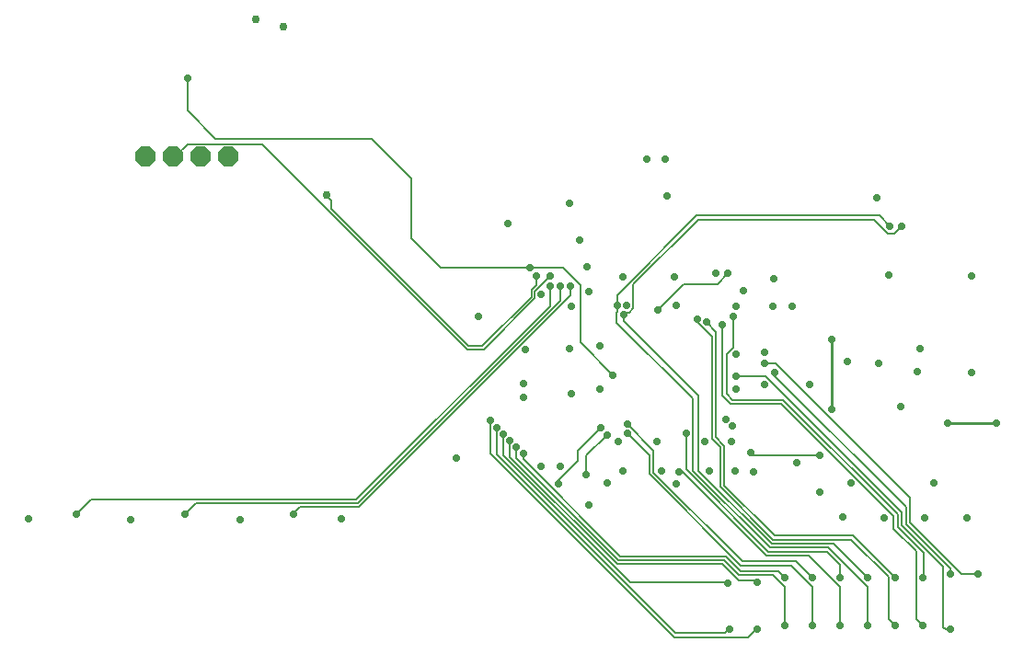
<source format=gbr>
G04 EAGLE Gerber RS-274X export*
G75*
%MOMM*%
%FSLAX34Y34*%
%LPD*%
%INBottom Copper*%
%IPPOS*%
%AMOC8*
5,1,8,0,0,1.08239X$1,22.5*%
G01*
%ADD10P,2.061953X8X202.500000*%
%ADD11C,0.706400*%
%ADD12C,0.152400*%
%ADD13C,0.203200*%
%ADD14C,0.254000*%
%ADD15C,0.756400*%
%ADD16C,0.152400*%


D10*
X260300Y477300D03*
X234900Y477300D03*
X209500Y477300D03*
X184100Y477300D03*
D11*
X740492Y205110D03*
D12*
X742778Y202824D02*
X804754Y202824D01*
X742778Y202824D02*
X740492Y205110D01*
D11*
X804754Y202824D03*
X725000Y330000D03*
D13*
X725000Y301837D01*
X718672Y295509D01*
X718672Y258983D01*
X723925Y253730D02*
X770508Y253730D01*
X876230Y148008D01*
X876230Y136484D01*
X900000Y112714D01*
X900000Y90000D01*
X899200Y90000D01*
D11*
X899200Y90000D03*
D13*
X723925Y253730D02*
X718672Y258983D01*
D11*
X715000Y322500D03*
D13*
X715000Y257500D02*
X722500Y250000D01*
X768959Y250000D02*
X872500Y146459D01*
X893088Y52112D02*
X899200Y46000D01*
D11*
X899200Y46000D03*
D13*
X715000Y257500D02*
X715000Y322500D01*
X722500Y250000D02*
X768959Y250000D01*
X872500Y146459D02*
X872500Y135000D01*
X893088Y114412D01*
X893088Y52112D01*
D11*
X700000Y325000D03*
D13*
X716738Y211387D02*
X716738Y174936D01*
X708682Y219443D02*
X708682Y316318D01*
X708682Y219443D02*
X716738Y211387D01*
X716738Y174936D02*
X762960Y128714D01*
X835086Y128714D02*
X873800Y90000D01*
D11*
X873800Y90000D03*
D13*
X708682Y316318D02*
X700000Y325000D01*
X762960Y128714D02*
X835086Y128714D01*
D11*
X691412Y327500D03*
D13*
X691412Y325000D01*
X691428Y324984D01*
X691428Y324985D01*
X705000Y311413D01*
X705000Y218000D02*
X713000Y210000D01*
X713000Y173500D01*
X761532Y124968D01*
X833556Y124968D01*
X867594Y90930D01*
X867594Y52206D01*
X873800Y46000D01*
D11*
X873800Y46000D03*
D13*
X705000Y218000D02*
X705000Y311413D01*
D11*
X815422Y244480D03*
D14*
X815422Y309504D01*
D11*
X815422Y309504D03*
D14*
X922102Y231780D02*
X966552Y231780D01*
D11*
X966552Y231780D03*
X922102Y231780D03*
X655000Y336000D03*
D12*
X679000Y360000D01*
X710000Y360000D02*
X720000Y370000D01*
D11*
X720000Y370000D03*
D12*
X710000Y360000D02*
X679000Y360000D01*
D11*
X608810Y221440D03*
D13*
X589760Y202390D01*
X589760Y184610D01*
D11*
X589760Y184610D03*
X543408Y367284D03*
D15*
X350520Y441960D03*
D12*
X355092Y437388D01*
X355092Y429507D01*
X481323Y303276D02*
X494037Y303276D01*
X538984Y348223D02*
X538984Y354653D01*
X543408Y359076D02*
X543408Y367284D01*
X543408Y359076D02*
X538984Y354653D01*
X481323Y303276D02*
X355092Y429507D01*
X494037Y303276D02*
X538984Y348223D01*
D11*
X602738Y227790D03*
X564360Y176482D03*
D13*
X581702Y206754D02*
X602738Y227790D01*
X564360Y179833D02*
X564360Y176482D01*
X581702Y197175D02*
X581702Y206754D01*
X581702Y197175D02*
X564360Y179833D01*
D11*
X556260Y367284D03*
D12*
X210577Y477300D02*
X209500Y477300D01*
X210577Y477300D02*
X222388Y489111D01*
X291177Y489111D01*
X480060Y300228D01*
X495300Y300228D01*
X542032Y346960D01*
X542032Y353390D01*
X555926Y367284D01*
X556260Y367284D01*
D11*
X727284Y275468D03*
D13*
X754762Y275468D01*
X879960Y150270D01*
X879960Y137968D01*
X918088Y99840D01*
X918088Y44412D01*
X920000Y42500D01*
X925000Y42500D01*
D12*
X924900Y42600D01*
X924600Y42600D01*
D11*
X924600Y42600D03*
X762843Y278612D03*
D13*
X762843Y275612D01*
X883690Y154765D01*
X925000Y98142D02*
X925000Y92500D01*
D12*
X924600Y92900D01*
X924600Y93400D01*
D11*
X924600Y93400D03*
D13*
X883690Y139452D02*
X883690Y154765D01*
X883690Y139452D02*
X925000Y98142D01*
D11*
X753954Y287406D03*
D13*
X763690Y287406D01*
X887420Y163676D02*
X887420Y140936D01*
X887420Y163676D02*
X763690Y287406D01*
X934956Y93400D02*
X950000Y93400D01*
X934956Y93400D02*
X887420Y140936D01*
D12*
X950000Y93400D02*
X950000Y92500D01*
D11*
X950000Y93400D03*
X513150Y222180D03*
D13*
X513150Y202267D01*
X630073Y85344D02*
X720089Y85344D01*
X720089Y84581D01*
D11*
X720089Y84581D03*
D13*
X630073Y85344D02*
X513150Y202267D01*
D11*
X519223Y216107D03*
D13*
X519223Y201223D01*
D11*
X746760Y86038D03*
D13*
X729782Y87792D02*
X714958Y102616D01*
X745006Y87792D02*
X746760Y86038D01*
X745006Y87792D02*
X729782Y87792D01*
X617830Y102616D02*
X519223Y201223D01*
X617830Y102616D02*
X714958Y102616D01*
D11*
X525295Y210035D03*
D13*
X525295Y200180D01*
X716431Y106172D02*
X730239Y92364D01*
X761076Y92364D01*
X772200Y81240D02*
X772200Y46000D01*
D11*
X772200Y46000D03*
D13*
X619303Y106172D02*
X525295Y200180D01*
X619303Y106172D02*
X716431Y106172D01*
X761076Y92364D02*
X772200Y81240D01*
D11*
X531368Y203962D03*
D13*
X531368Y199136D01*
D11*
X772200Y90000D03*
D13*
X731966Y95920D02*
X718158Y109728D01*
X766280Y95920D02*
X772200Y90000D01*
X766280Y95920D02*
X731966Y95920D01*
X620776Y109728D02*
X531368Y199136D01*
X620776Y109728D02*
X718158Y109728D01*
D11*
X627500Y222500D03*
D13*
X647500Y202500D01*
X647500Y185415D02*
X731915Y101000D01*
X777778Y101000D01*
X647500Y185415D02*
X647500Y202500D01*
X777778Y101000D02*
X797600Y81178D01*
X797600Y46000D01*
D11*
X797600Y46000D03*
X627500Y231088D03*
D13*
X651500Y207088D01*
X651500Y186564D01*
X733064Y105000D01*
X782600Y105000D02*
X797600Y90000D01*
D11*
X797600Y90000D03*
D13*
X782600Y105000D02*
X733064Y105000D01*
D11*
X675000Y187500D03*
D13*
X678128Y187500D01*
X755628Y110000D01*
X823000Y81278D02*
X823000Y46000D01*
D11*
X823000Y46000D03*
D13*
X794278Y110000D02*
X755628Y110000D01*
X794278Y110000D02*
X823000Y81278D01*
D11*
X681428Y222500D03*
D13*
X681428Y189414D01*
X757096Y113746D02*
X810826Y113746D01*
X757096Y113746D02*
X681428Y189414D01*
X810826Y113746D02*
X823000Y101572D01*
X823000Y90000D01*
D11*
X823000Y90000D03*
X869160Y413452D03*
X618112Y340444D03*
D13*
X859160Y423452D02*
X869160Y413452D01*
X859160Y423452D02*
X691327Y423452D01*
X618112Y350237D02*
X618112Y340444D01*
X618112Y350237D02*
X691327Y423452D01*
X618112Y340444D02*
X618112Y334577D01*
X617700Y334165D01*
X617700Y324581D01*
X687500Y188541D02*
X758515Y117526D01*
X812270Y117526D01*
X687500Y254781D02*
X617700Y324581D01*
X687500Y254781D02*
X687500Y188541D01*
X812270Y117526D02*
X848400Y81396D01*
X848400Y46000D01*
D11*
X848400Y46000D03*
X880000Y413452D03*
D13*
X873010Y406462D01*
X866990Y406462D01*
X854000Y419452D01*
X692356Y419452D01*
D11*
X623772Y331650D03*
D13*
X629215Y334166D02*
X632772Y337723D01*
X632772Y359868D01*
X629215Y334166D02*
X626288Y334166D01*
X623772Y331650D01*
X632772Y359868D02*
X692356Y419452D01*
X623772Y331650D02*
X623772Y326228D01*
X692764Y257236D01*
X692764Y188456D01*
X759998Y121222D01*
X817178Y121222D02*
X848400Y90000D01*
D11*
X848400Y90000D03*
D13*
X817178Y121222D02*
X759998Y121222D01*
D11*
X829392Y288930D03*
X896702Y300360D03*
X833202Y177170D03*
X909402Y177170D03*
X592190Y157120D03*
X470000Y200000D03*
X575646Y339476D03*
X573900Y300598D03*
X622890Y366654D03*
X670896Y366908D03*
X734236Y353860D03*
X753856Y297428D03*
X753954Y267594D03*
X724236Y229240D03*
X726776Y188346D03*
X702646Y188346D03*
X658958Y188346D03*
X622890Y188346D03*
X575646Y259466D03*
X783164Y195712D03*
X825472Y146002D03*
X900910Y145240D03*
X894560Y279860D03*
X761210Y339550D03*
X565630Y192230D03*
X644946Y475488D03*
X517000Y416000D03*
X583692Y400812D03*
D15*
X284988Y603504D03*
D11*
X943692Y367670D03*
X867492Y368386D03*
X879176Y247020D03*
X943692Y278770D03*
X608700Y177440D03*
X490000Y330000D03*
X602062Y303408D03*
X626700Y340238D03*
X672206Y340238D03*
X727284Y339476D03*
X727284Y295534D03*
X727284Y263530D03*
X717886Y235590D03*
X722712Y215016D03*
X698836Y215016D03*
X654640Y215016D03*
X618826Y215016D03*
X602062Y263530D03*
X804754Y169042D03*
X864080Y145240D03*
X940280Y145240D03*
X859000Y287480D03*
X778990Y339550D03*
X661896Y475440D03*
X743684Y187150D03*
X672080Y175990D03*
X762480Y364950D03*
X709140Y370030D03*
X547850Y350980D03*
X533278Y300020D03*
X532008Y256144D03*
X547850Y192230D03*
X856742Y439674D03*
X574294Y434848D03*
X663956Y440944D03*
X589788Y376174D03*
X531876Y268986D03*
X794766Y267716D03*
X170180Y143510D03*
X270764Y143510D03*
X363728Y143764D03*
D15*
X311000Y597400D03*
D11*
X591820Y353568D03*
X76000Y144000D03*
X501005Y234325D03*
D13*
X501005Y204354D01*
X746800Y43054D02*
X746800Y42600D01*
D11*
X746800Y42600D03*
D13*
X670355Y35004D02*
X501005Y204354D01*
X670355Y35004D02*
X738750Y35004D01*
X746800Y43054D01*
D11*
X507077Y228253D03*
D13*
X507077Y203311D01*
D11*
X721400Y42600D03*
D13*
X717574Y38774D01*
X671614Y38774D01*
X507077Y203311D01*
D11*
X556372Y358140D03*
D12*
X556372Y339964D01*
X377952Y161544D01*
X133490Y161544D02*
X120000Y148054D01*
D11*
X120000Y148054D03*
D12*
X133490Y161544D02*
X377952Y161544D01*
D11*
X565460Y358140D03*
D12*
X565460Y344741D01*
X379215Y158496D01*
X230554Y158496D02*
X220000Y147942D01*
D11*
X220000Y147942D03*
D12*
X230554Y158496D02*
X379215Y158496D01*
D11*
X574548Y358140D03*
D12*
X574548Y349519D01*
X380477Y155448D02*
X338328Y155448D01*
X336804Y155448D01*
X380477Y155448D02*
X574548Y349519D01*
D16*
X338328Y155448D03*
D12*
X326136Y155448D01*
X326136Y155448D01*
X320000Y149312D01*
X320000Y147942D01*
D11*
X320000Y147942D03*
X614172Y276352D03*
D12*
X583946Y306578D01*
X583946Y359410D01*
X568452Y374904D01*
X537340Y374904D01*
D11*
X537340Y374904D03*
D12*
X455676Y374904D01*
X428244Y402336D01*
X428244Y457200D01*
X391668Y493776D01*
X248412Y493776D01*
X222400Y519788D01*
X222400Y550000D01*
D11*
X222400Y550000D03*
M02*

</source>
